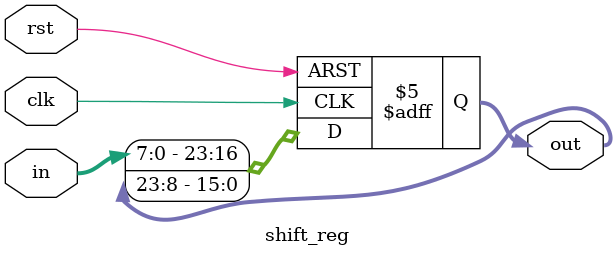
<source format=v>
module shift_reg #(
    parameter bits = 8,
    parameter N =3
) (
    input clk,
    input rst,
    input [bits-1: 0] in,
    output reg [bits*N-1:0] out= 0
);

	 integer i;
    always @ (posedge clk or negedge rst) begin
        if(!rst) begin
            out = {bits*N{1'b0}};
        end else begin
            out[N*bits-1 -: bits] <= in;
            for(i = 0; i < N-1; i = i + 1) begin
                out[bits*(i) +: bits] <= out[bits*(i+1) +: bits];
            end
        end
    end

endmodule
</source>
